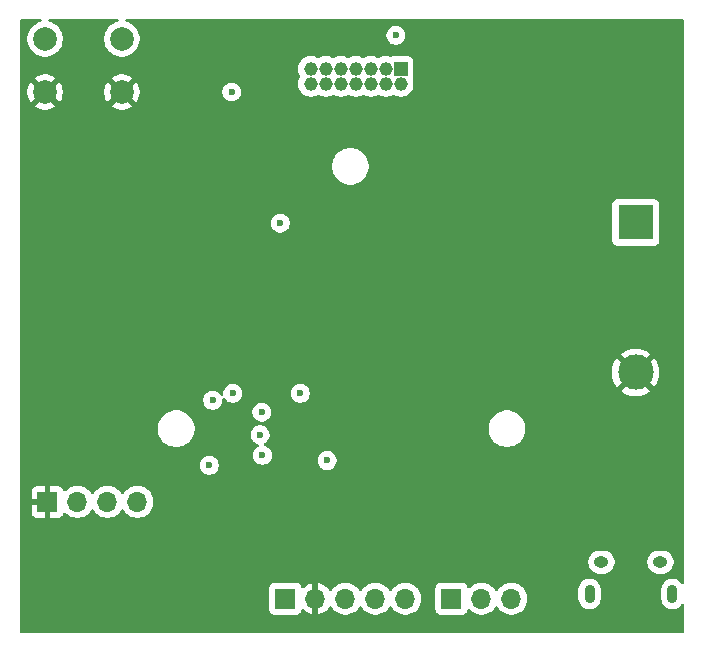
<source format=gbr>
%TF.GenerationSoftware,KiCad,Pcbnew,9.0.0*%
%TF.CreationDate,2025-03-21T22:40:37-06:00*%
%TF.ProjectId,pcb_desgin,7063625f-6465-4736-9769-6e2e6b696361,rev?*%
%TF.SameCoordinates,Original*%
%TF.FileFunction,Copper,L2,Inr*%
%TF.FilePolarity,Positive*%
%FSLAX46Y46*%
G04 Gerber Fmt 4.6, Leading zero omitted, Abs format (unit mm)*
G04 Created by KiCad (PCBNEW 9.0.0) date 2025-03-21 22:40:37*
%MOMM*%
%LPD*%
G01*
G04 APERTURE LIST*
%TA.AperFunction,ComponentPad*%
%ADD10C,2.000000*%
%TD*%
%TA.AperFunction,ComponentPad*%
%ADD11R,1.700000X1.700000*%
%TD*%
%TA.AperFunction,ComponentPad*%
%ADD12O,1.700000X1.700000*%
%TD*%
%TA.AperFunction,ComponentPad*%
%ADD13O,0.890000X1.550000*%
%TD*%
%TA.AperFunction,ComponentPad*%
%ADD14O,1.250000X0.950000*%
%TD*%
%TA.AperFunction,ComponentPad*%
%ADD15R,1.168400X1.168400*%
%TD*%
%TA.AperFunction,ComponentPad*%
%ADD16C,1.168400*%
%TD*%
%TA.AperFunction,ComponentPad*%
%ADD17R,3.000000X3.000000*%
%TD*%
%TA.AperFunction,ComponentPad*%
%ADD18C,3.000000*%
%TD*%
%TA.AperFunction,ViaPad*%
%ADD19C,0.600000*%
%TD*%
G04 APERTURE END LIST*
D10*
%TO.N,/T_RST*%
%TO.C,SW1*%
X94200000Y-35300000D03*
X100700000Y-35300000D03*
%TO.N,GND*%
X94200000Y-39800000D03*
X100700000Y-39800000D03*
%TD*%
D11*
%TO.N,+3.3V*%
%TO.C,J4*%
X114540000Y-82700000D03*
D12*
%TO.N,GND*%
X117080000Y-82700000D03*
%TO.N,/SCL*%
X119620000Y-82700000D03*
%TO.N,/SDA*%
X122160000Y-82700000D03*
%TO.N,/INT*%
X124700000Y-82700000D03*
%TD*%
D11*
%TO.N,GND*%
%TO.C,J3*%
X94400000Y-74500000D03*
D12*
%TO.N,+3.3V*%
X96940000Y-74500000D03*
%TO.N,/SCL*%
X99480000Y-74500000D03*
%TO.N,/SDA*%
X102020000Y-74500000D03*
%TD*%
D13*
%TO.N,Net-(J2-Shield)*%
%TO.C,J2*%
X140300000Y-82300000D03*
D14*
X141300000Y-79600000D03*
X146300000Y-79600000D03*
D13*
X147300000Y-82300000D03*
%TD*%
D15*
%TO.N,unconnected-(J1-NC-Pad1)*%
%TO.C,J1*%
X124300000Y-37830000D03*
D16*
%TO.N,unconnected-(J1-NC-Pad2)*%
X124300000Y-39100000D03*
%TO.N,+3.3V*%
X123030000Y-37830000D03*
%TO.N,/T_JTMS*%
X123030000Y-39100000D03*
%TO.N,GND*%
X121760000Y-37830000D03*
%TO.N,/T_JTCK*%
X121760000Y-39100000D03*
%TO.N,GND*%
X120490000Y-37830000D03*
%TO.N,unconnected-(J1-JTDO{slash}SWO-Pad8)*%
X120490000Y-39100000D03*
%TO.N,unconnected-(J1-JRCLK{slash}NC-Pad9)*%
X119220000Y-37830000D03*
%TO.N,unconnected-(J1-JTDI{slash}NC-Pad10)*%
X119220000Y-39100000D03*
%TO.N,GND*%
X117950000Y-37830000D03*
%TO.N,/T_RST*%
X117950000Y-39100000D03*
%TO.N,/T_VCP_RX*%
X116680000Y-37830000D03*
%TO.N,/T_VCP_TX*%
X116680000Y-39100000D03*
%TD*%
D11*
%TO.N,/Battery*%
%TO.C,J5*%
X128600000Y-82700000D03*
D12*
%TO.N,+3.3V*%
X131140000Y-82700000D03*
%TO.N,/Usb*%
X133680000Y-82700000D03*
%TD*%
D17*
%TO.N,+9V*%
%TO.C,BT1*%
X144200000Y-50850000D03*
D18*
%TO.N,GND*%
X144200000Y-63550000D03*
%TD*%
D19*
%TO.N,GND*%
X117920000Y-35000000D03*
X131400000Y-75800000D03*
X112100000Y-50900000D03*
X147700000Y-75700000D03*
X136400000Y-77000000D03*
X139600000Y-67100000D03*
X136400000Y-58800000D03*
X122220000Y-35000000D03*
X110800000Y-75400000D03*
X120620000Y-35000000D03*
X126000000Y-53200000D03*
%TO.N,/T_RST*%
X110000000Y-39800000D03*
%TO.N,+3.3V*%
X123900000Y-35000000D03*
X108400000Y-65900000D03*
X114100000Y-50900000D03*
X112600000Y-70550000D03*
%TO.N,/SDA*%
X112550000Y-66900000D03*
X108100000Y-71400000D03*
%TO.N,/SCL*%
X112400000Y-68825000D03*
X118075000Y-71000000D03*
%TO.N,/INT*%
X115800000Y-65300000D03*
X110100000Y-65300000D03*
%TD*%
%TA.AperFunction,Conductor*%
%TO.N,GND*%
G36*
X93858935Y-33620185D02*
G01*
X93904690Y-33672989D01*
X93914634Y-33742147D01*
X93885609Y-33805703D01*
X93830215Y-33842431D01*
X93624003Y-33909433D01*
X93413566Y-34016657D01*
X93304550Y-34095862D01*
X93222490Y-34155483D01*
X93222488Y-34155485D01*
X93222487Y-34155485D01*
X93055485Y-34322487D01*
X93055485Y-34322488D01*
X93055483Y-34322490D01*
X93015000Y-34378210D01*
X92916657Y-34513566D01*
X92809433Y-34724003D01*
X92736446Y-34948631D01*
X92699500Y-35181902D01*
X92699500Y-35418097D01*
X92736446Y-35651368D01*
X92809433Y-35875996D01*
X92916657Y-36086433D01*
X93055483Y-36277510D01*
X93222490Y-36444517D01*
X93413567Y-36583343D01*
X93512991Y-36634002D01*
X93624003Y-36690566D01*
X93624005Y-36690566D01*
X93624008Y-36690568D01*
X93744412Y-36729689D01*
X93848631Y-36763553D01*
X94081903Y-36800500D01*
X94081908Y-36800500D01*
X94318097Y-36800500D01*
X94551368Y-36763553D01*
X94587823Y-36751708D01*
X94775992Y-36690568D01*
X94986433Y-36583343D01*
X95177510Y-36444517D01*
X95344517Y-36277510D01*
X95483343Y-36086433D01*
X95590568Y-35875992D01*
X95663553Y-35651368D01*
X95668238Y-35621786D01*
X95700500Y-35418097D01*
X95700500Y-35181902D01*
X95663553Y-34948631D01*
X95604378Y-34766510D01*
X95590568Y-34724008D01*
X95590566Y-34724005D01*
X95590566Y-34724003D01*
X95483342Y-34513566D01*
X95344517Y-34322490D01*
X95177510Y-34155483D01*
X94986433Y-34016657D01*
X94775996Y-33909433D01*
X94569785Y-33842431D01*
X94512110Y-33802993D01*
X94484912Y-33738634D01*
X94496827Y-33669788D01*
X94544071Y-33618312D01*
X94608104Y-33600500D01*
X100291896Y-33600500D01*
X100358935Y-33620185D01*
X100404690Y-33672989D01*
X100414634Y-33742147D01*
X100385609Y-33805703D01*
X100330215Y-33842431D01*
X100124003Y-33909433D01*
X99913566Y-34016657D01*
X99804550Y-34095862D01*
X99722490Y-34155483D01*
X99722488Y-34155485D01*
X99722487Y-34155485D01*
X99555485Y-34322487D01*
X99555485Y-34322488D01*
X99555483Y-34322490D01*
X99515000Y-34378210D01*
X99416657Y-34513566D01*
X99309433Y-34724003D01*
X99236446Y-34948631D01*
X99199500Y-35181902D01*
X99199500Y-35418097D01*
X99236446Y-35651368D01*
X99309433Y-35875996D01*
X99416657Y-36086433D01*
X99555483Y-36277510D01*
X99722490Y-36444517D01*
X99913567Y-36583343D01*
X100012991Y-36634002D01*
X100124003Y-36690566D01*
X100124005Y-36690566D01*
X100124008Y-36690568D01*
X100244412Y-36729689D01*
X100348631Y-36763553D01*
X100581903Y-36800500D01*
X100581908Y-36800500D01*
X100818097Y-36800500D01*
X101051368Y-36763553D01*
X101087823Y-36751708D01*
X101275992Y-36690568D01*
X101486433Y-36583343D01*
X101677510Y-36444517D01*
X101844517Y-36277510D01*
X101983343Y-36086433D01*
X102090568Y-35875992D01*
X102163553Y-35651368D01*
X102168238Y-35621786D01*
X102200500Y-35418097D01*
X102200500Y-35181902D01*
X102163553Y-34948631D01*
X102154625Y-34921153D01*
X123099500Y-34921153D01*
X123099500Y-35078846D01*
X123130261Y-35233489D01*
X123130264Y-35233501D01*
X123190602Y-35379172D01*
X123190609Y-35379185D01*
X123278210Y-35510288D01*
X123278213Y-35510292D01*
X123389707Y-35621786D01*
X123389711Y-35621789D01*
X123520814Y-35709390D01*
X123520827Y-35709397D01*
X123666498Y-35769735D01*
X123666503Y-35769737D01*
X123821153Y-35800499D01*
X123821156Y-35800500D01*
X123821158Y-35800500D01*
X123978844Y-35800500D01*
X123978845Y-35800499D01*
X124133497Y-35769737D01*
X124279179Y-35709394D01*
X124410289Y-35621789D01*
X124521789Y-35510289D01*
X124609394Y-35379179D01*
X124669737Y-35233497D01*
X124700500Y-35078842D01*
X124700500Y-34921158D01*
X124700500Y-34921155D01*
X124700499Y-34921153D01*
X124669738Y-34766510D01*
X124669737Y-34766503D01*
X124652133Y-34724003D01*
X124609397Y-34620827D01*
X124609390Y-34620814D01*
X124521789Y-34489711D01*
X124521786Y-34489707D01*
X124410292Y-34378213D01*
X124410288Y-34378210D01*
X124279185Y-34290609D01*
X124279172Y-34290602D01*
X124133501Y-34230264D01*
X124133489Y-34230261D01*
X123978845Y-34199500D01*
X123978842Y-34199500D01*
X123821158Y-34199500D01*
X123821155Y-34199500D01*
X123666510Y-34230261D01*
X123666498Y-34230264D01*
X123520827Y-34290602D01*
X123520814Y-34290609D01*
X123389711Y-34378210D01*
X123389707Y-34378213D01*
X123278213Y-34489707D01*
X123278210Y-34489711D01*
X123190609Y-34620814D01*
X123190602Y-34620827D01*
X123130264Y-34766498D01*
X123130261Y-34766510D01*
X123099500Y-34921153D01*
X102154625Y-34921153D01*
X102104378Y-34766510D01*
X102090568Y-34724008D01*
X102090566Y-34724005D01*
X102090566Y-34724003D01*
X101983342Y-34513566D01*
X101844517Y-34322490D01*
X101677510Y-34155483D01*
X101486433Y-34016657D01*
X101275996Y-33909433D01*
X101069785Y-33842431D01*
X101012110Y-33802993D01*
X100984912Y-33738634D01*
X100996827Y-33669788D01*
X101044071Y-33618312D01*
X101108104Y-33600500D01*
X148175500Y-33600500D01*
X148242539Y-33620185D01*
X148288294Y-33672989D01*
X148299500Y-33724500D01*
X148299500Y-81355229D01*
X148279815Y-81422268D01*
X148227011Y-81468023D01*
X148157853Y-81477967D01*
X148094297Y-81448942D01*
X148072398Y-81424119D01*
X148034421Y-81367283D01*
X148034415Y-81367275D01*
X147902724Y-81235584D01*
X147902716Y-81235578D01*
X147747864Y-81132109D01*
X147575792Y-81060835D01*
X147575784Y-81060833D01*
X147393127Y-81024500D01*
X147393124Y-81024500D01*
X147206876Y-81024500D01*
X147206873Y-81024500D01*
X147024215Y-81060833D01*
X147024207Y-81060835D01*
X146852136Y-81132109D01*
X146852135Y-81132109D01*
X146697283Y-81235578D01*
X146697275Y-81235584D01*
X146565584Y-81367275D01*
X146565578Y-81367283D01*
X146462109Y-81522135D01*
X146462109Y-81522136D01*
X146390835Y-81694207D01*
X146390833Y-81694215D01*
X146354500Y-81876871D01*
X146354500Y-82723128D01*
X146390833Y-82905784D01*
X146390835Y-82905792D01*
X146462109Y-83077863D01*
X146462109Y-83077864D01*
X146565578Y-83232716D01*
X146565584Y-83232724D01*
X146697275Y-83364415D01*
X146697283Y-83364421D01*
X146852135Y-83467890D01*
X146902534Y-83488766D01*
X147024208Y-83539165D01*
X147206871Y-83575499D01*
X147206874Y-83575500D01*
X147206876Y-83575500D01*
X147393126Y-83575500D01*
X147393127Y-83575499D01*
X147575792Y-83539165D01*
X147747862Y-83467891D01*
X147747863Y-83467890D01*
X147747864Y-83467890D01*
X147837765Y-83407820D01*
X147902721Y-83364418D01*
X148034418Y-83232721D01*
X148072398Y-83175878D01*
X148126009Y-83131075D01*
X148195334Y-83122366D01*
X148258362Y-83152521D01*
X148295081Y-83211963D01*
X148299500Y-83244770D01*
X148299500Y-85475500D01*
X148279815Y-85542539D01*
X148227011Y-85588294D01*
X148175500Y-85599500D01*
X92224500Y-85599500D01*
X92157461Y-85579815D01*
X92111706Y-85527011D01*
X92100500Y-85475500D01*
X92100500Y-81802135D01*
X113189500Y-81802135D01*
X113189500Y-83597870D01*
X113189501Y-83597876D01*
X113195908Y-83657483D01*
X113246202Y-83792328D01*
X113246206Y-83792335D01*
X113332452Y-83907544D01*
X113332455Y-83907547D01*
X113447664Y-83993793D01*
X113447671Y-83993797D01*
X113582517Y-84044091D01*
X113582516Y-84044091D01*
X113589444Y-84044835D01*
X113642127Y-84050500D01*
X115437872Y-84050499D01*
X115497483Y-84044091D01*
X115632331Y-83993796D01*
X115747546Y-83907546D01*
X115833796Y-83792331D01*
X115883002Y-83660401D01*
X115924872Y-83604468D01*
X115990337Y-83580050D01*
X116058610Y-83594901D01*
X116086865Y-83616053D01*
X116200535Y-83729723D01*
X116200540Y-83729727D01*
X116372442Y-83854620D01*
X116561782Y-83951095D01*
X116763871Y-84016757D01*
X116830000Y-84027231D01*
X116830000Y-83133012D01*
X116887007Y-83165925D01*
X117014174Y-83200000D01*
X117145826Y-83200000D01*
X117272993Y-83165925D01*
X117330000Y-83133012D01*
X117330000Y-84027230D01*
X117396126Y-84016757D01*
X117396129Y-84016757D01*
X117598217Y-83951095D01*
X117787557Y-83854620D01*
X117959459Y-83729727D01*
X117959464Y-83729723D01*
X118109723Y-83579464D01*
X118109727Y-83579459D01*
X118234620Y-83407558D01*
X118239232Y-83398507D01*
X118287205Y-83347709D01*
X118355025Y-83330912D01*
X118421161Y-83353447D01*
X118460204Y-83398504D01*
X118464949Y-83407817D01*
X118589890Y-83579786D01*
X118740213Y-83730109D01*
X118912179Y-83855048D01*
X118912181Y-83855049D01*
X118912184Y-83855051D01*
X119101588Y-83951557D01*
X119303757Y-84017246D01*
X119513713Y-84050500D01*
X119513714Y-84050500D01*
X119726286Y-84050500D01*
X119726287Y-84050500D01*
X119936243Y-84017246D01*
X120138412Y-83951557D01*
X120327816Y-83855051D01*
X120414138Y-83792335D01*
X120499786Y-83730109D01*
X120499788Y-83730106D01*
X120499792Y-83730104D01*
X120650104Y-83579792D01*
X120650106Y-83579788D01*
X120650109Y-83579786D01*
X120775048Y-83407820D01*
X120775050Y-83407817D01*
X120775051Y-83407816D01*
X120779514Y-83399054D01*
X120827488Y-83348259D01*
X120895308Y-83331463D01*
X120961444Y-83353999D01*
X121000486Y-83399056D01*
X121004951Y-83407820D01*
X121129890Y-83579786D01*
X121280213Y-83730109D01*
X121452179Y-83855048D01*
X121452181Y-83855049D01*
X121452184Y-83855051D01*
X121641588Y-83951557D01*
X121843757Y-84017246D01*
X122053713Y-84050500D01*
X122053714Y-84050500D01*
X122266286Y-84050500D01*
X122266287Y-84050500D01*
X122476243Y-84017246D01*
X122678412Y-83951557D01*
X122867816Y-83855051D01*
X122954138Y-83792335D01*
X123039786Y-83730109D01*
X123039788Y-83730106D01*
X123039792Y-83730104D01*
X123190104Y-83579792D01*
X123190106Y-83579788D01*
X123190109Y-83579786D01*
X123315048Y-83407820D01*
X123315050Y-83407817D01*
X123315051Y-83407816D01*
X123319514Y-83399054D01*
X123367488Y-83348259D01*
X123435308Y-83331463D01*
X123501444Y-83353999D01*
X123540486Y-83399056D01*
X123544951Y-83407820D01*
X123669890Y-83579786D01*
X123820213Y-83730109D01*
X123992179Y-83855048D01*
X123992181Y-83855049D01*
X123992184Y-83855051D01*
X124181588Y-83951557D01*
X124383757Y-84017246D01*
X124593713Y-84050500D01*
X124593714Y-84050500D01*
X124806286Y-84050500D01*
X124806287Y-84050500D01*
X125016243Y-84017246D01*
X125218412Y-83951557D01*
X125407816Y-83855051D01*
X125494138Y-83792335D01*
X125579786Y-83730109D01*
X125579788Y-83730106D01*
X125579792Y-83730104D01*
X125730104Y-83579792D01*
X125730106Y-83579788D01*
X125730109Y-83579786D01*
X125855048Y-83407820D01*
X125855050Y-83407817D01*
X125855051Y-83407816D01*
X125951557Y-83218412D01*
X126017246Y-83016243D01*
X126050500Y-82806287D01*
X126050500Y-82593713D01*
X126017246Y-82383757D01*
X125951557Y-82181588D01*
X125855051Y-81992184D01*
X125819801Y-81943666D01*
X125767511Y-81871694D01*
X125767508Y-81871691D01*
X125730341Y-81820535D01*
X125730104Y-81820208D01*
X125712031Y-81802135D01*
X127249500Y-81802135D01*
X127249500Y-83597870D01*
X127249501Y-83597876D01*
X127255908Y-83657483D01*
X127306202Y-83792328D01*
X127306206Y-83792335D01*
X127392452Y-83907544D01*
X127392455Y-83907547D01*
X127507664Y-83993793D01*
X127507671Y-83993797D01*
X127642517Y-84044091D01*
X127642516Y-84044091D01*
X127649444Y-84044835D01*
X127702127Y-84050500D01*
X129497872Y-84050499D01*
X129557483Y-84044091D01*
X129692331Y-83993796D01*
X129807546Y-83907546D01*
X129893796Y-83792331D01*
X129942810Y-83660916D01*
X129984681Y-83604984D01*
X130050145Y-83580566D01*
X130118418Y-83595417D01*
X130146673Y-83616569D01*
X130260213Y-83730109D01*
X130432179Y-83855048D01*
X130432181Y-83855049D01*
X130432184Y-83855051D01*
X130621588Y-83951557D01*
X130823757Y-84017246D01*
X131033713Y-84050500D01*
X131033714Y-84050500D01*
X131246286Y-84050500D01*
X131246287Y-84050500D01*
X131456243Y-84017246D01*
X131658412Y-83951557D01*
X131847816Y-83855051D01*
X131934138Y-83792335D01*
X132019786Y-83730109D01*
X132019788Y-83730106D01*
X132019792Y-83730104D01*
X132170104Y-83579792D01*
X132170106Y-83579788D01*
X132170109Y-83579786D01*
X132295048Y-83407820D01*
X132295050Y-83407817D01*
X132295051Y-83407816D01*
X132299514Y-83399054D01*
X132347488Y-83348259D01*
X132415308Y-83331463D01*
X132481444Y-83353999D01*
X132520486Y-83399056D01*
X132524951Y-83407820D01*
X132649890Y-83579786D01*
X132800213Y-83730109D01*
X132972179Y-83855048D01*
X132972181Y-83855049D01*
X132972184Y-83855051D01*
X133161588Y-83951557D01*
X133363757Y-84017246D01*
X133573713Y-84050500D01*
X133573714Y-84050500D01*
X133786286Y-84050500D01*
X133786287Y-84050500D01*
X133996243Y-84017246D01*
X134198412Y-83951557D01*
X134387816Y-83855051D01*
X134474138Y-83792335D01*
X134559786Y-83730109D01*
X134559788Y-83730106D01*
X134559792Y-83730104D01*
X134710104Y-83579792D01*
X134710106Y-83579788D01*
X134710109Y-83579786D01*
X134835048Y-83407820D01*
X134835050Y-83407817D01*
X134835051Y-83407816D01*
X134931557Y-83218412D01*
X134997246Y-83016243D01*
X135030500Y-82806287D01*
X135030500Y-82593713D01*
X134997246Y-82383757D01*
X134931557Y-82181588D01*
X134835051Y-81992184D01*
X134799802Y-81943668D01*
X134799802Y-81943666D01*
X134751273Y-81876871D01*
X139354500Y-81876871D01*
X139354500Y-82723128D01*
X139390833Y-82905784D01*
X139390835Y-82905792D01*
X139462109Y-83077863D01*
X139462109Y-83077864D01*
X139565578Y-83232716D01*
X139565584Y-83232724D01*
X139697275Y-83364415D01*
X139697283Y-83364421D01*
X139852135Y-83467890D01*
X139902534Y-83488766D01*
X140024208Y-83539165D01*
X140206871Y-83575499D01*
X140206874Y-83575500D01*
X140206876Y-83575500D01*
X140393126Y-83575500D01*
X140393127Y-83575499D01*
X140575792Y-83539165D01*
X140747862Y-83467891D01*
X140747863Y-83467890D01*
X140747864Y-83467890D01*
X140837765Y-83407820D01*
X140902721Y-83364418D01*
X141034418Y-83232721D01*
X141137891Y-83077862D01*
X141209165Y-82905792D01*
X141245500Y-82723124D01*
X141245500Y-81876876D01*
X141245500Y-81876873D01*
X141245499Y-81876871D01*
X141234228Y-81820207D01*
X141209165Y-81694208D01*
X141137891Y-81522138D01*
X141137890Y-81522136D01*
X141137890Y-81522135D01*
X141034421Y-81367283D01*
X141034415Y-81367275D01*
X140902724Y-81235584D01*
X140902716Y-81235578D01*
X140747864Y-81132109D01*
X140575792Y-81060835D01*
X140575784Y-81060833D01*
X140393127Y-81024500D01*
X140393124Y-81024500D01*
X140206876Y-81024500D01*
X140206873Y-81024500D01*
X140024215Y-81060833D01*
X140024207Y-81060835D01*
X139852136Y-81132109D01*
X139852135Y-81132109D01*
X139697283Y-81235578D01*
X139697275Y-81235584D01*
X139565584Y-81367275D01*
X139565578Y-81367283D01*
X139462109Y-81522135D01*
X139462109Y-81522136D01*
X139390835Y-81694207D01*
X139390833Y-81694215D01*
X139354500Y-81876871D01*
X134751273Y-81876871D01*
X134710109Y-81820214D01*
X134710105Y-81820209D01*
X134559786Y-81669890D01*
X134387820Y-81544951D01*
X134198414Y-81448444D01*
X134198413Y-81448443D01*
X134198412Y-81448443D01*
X133996243Y-81382754D01*
X133996241Y-81382753D01*
X133996240Y-81382753D01*
X133834957Y-81357208D01*
X133786287Y-81349500D01*
X133573713Y-81349500D01*
X133525042Y-81357208D01*
X133363760Y-81382753D01*
X133161585Y-81448444D01*
X132972179Y-81544951D01*
X132800213Y-81669890D01*
X132649890Y-81820213D01*
X132524949Y-81992182D01*
X132520484Y-82000946D01*
X132472509Y-82051742D01*
X132404688Y-82068536D01*
X132338553Y-82045998D01*
X132299516Y-82000946D01*
X132295050Y-81992182D01*
X132170109Y-81820213D01*
X132019786Y-81669890D01*
X131847820Y-81544951D01*
X131658414Y-81448444D01*
X131658413Y-81448443D01*
X131658412Y-81448443D01*
X131456243Y-81382754D01*
X131456241Y-81382753D01*
X131456240Y-81382753D01*
X131294957Y-81357208D01*
X131246287Y-81349500D01*
X131033713Y-81349500D01*
X130985042Y-81357208D01*
X130823760Y-81382753D01*
X130621585Y-81448444D01*
X130432179Y-81544951D01*
X130260215Y-81669889D01*
X130146673Y-81783431D01*
X130085350Y-81816915D01*
X130015658Y-81811931D01*
X129959725Y-81770059D01*
X129942810Y-81739082D01*
X129893797Y-81607671D01*
X129893793Y-81607664D01*
X129807547Y-81492455D01*
X129807544Y-81492452D01*
X129692335Y-81406206D01*
X129692328Y-81406202D01*
X129557482Y-81355908D01*
X129557483Y-81355908D01*
X129497883Y-81349501D01*
X129497881Y-81349500D01*
X129497873Y-81349500D01*
X129497864Y-81349500D01*
X127702129Y-81349500D01*
X127702123Y-81349501D01*
X127642516Y-81355908D01*
X127507671Y-81406202D01*
X127507664Y-81406206D01*
X127392455Y-81492452D01*
X127392452Y-81492455D01*
X127306206Y-81607664D01*
X127306202Y-81607671D01*
X127255908Y-81742517D01*
X127249501Y-81802116D01*
X127249500Y-81802135D01*
X125712031Y-81802135D01*
X125579792Y-81669896D01*
X125579786Y-81669890D01*
X125407820Y-81544951D01*
X125218414Y-81448444D01*
X125218413Y-81448443D01*
X125218412Y-81448443D01*
X125016243Y-81382754D01*
X125016241Y-81382753D01*
X125016240Y-81382753D01*
X124854957Y-81357208D01*
X124806287Y-81349500D01*
X124593713Y-81349500D01*
X124545042Y-81357208D01*
X124383760Y-81382753D01*
X124181585Y-81448444D01*
X123992179Y-81544951D01*
X123820213Y-81669890D01*
X123669890Y-81820213D01*
X123544949Y-81992182D01*
X123540484Y-82000946D01*
X123492509Y-82051742D01*
X123424688Y-82068536D01*
X123358553Y-82045998D01*
X123319516Y-82000946D01*
X123315050Y-81992182D01*
X123190109Y-81820213D01*
X123039786Y-81669890D01*
X122867820Y-81544951D01*
X122678414Y-81448444D01*
X122678413Y-81448443D01*
X122678412Y-81448443D01*
X122476243Y-81382754D01*
X122476241Y-81382753D01*
X122476240Y-81382753D01*
X122314957Y-81357208D01*
X122266287Y-81349500D01*
X122053713Y-81349500D01*
X122005042Y-81357208D01*
X121843760Y-81382753D01*
X121641585Y-81448444D01*
X121452179Y-81544951D01*
X121280213Y-81669890D01*
X121129890Y-81820213D01*
X121004949Y-81992182D01*
X121000484Y-82000946D01*
X120952509Y-82051742D01*
X120884688Y-82068536D01*
X120818553Y-82045998D01*
X120779516Y-82000946D01*
X120775050Y-81992182D01*
X120650109Y-81820213D01*
X120499786Y-81669890D01*
X120327820Y-81544951D01*
X120138414Y-81448444D01*
X120138413Y-81448443D01*
X120138412Y-81448443D01*
X119936243Y-81382754D01*
X119936241Y-81382753D01*
X119936240Y-81382753D01*
X119774957Y-81357208D01*
X119726287Y-81349500D01*
X119513713Y-81349500D01*
X119465042Y-81357208D01*
X119303760Y-81382753D01*
X119101585Y-81448444D01*
X118912179Y-81544951D01*
X118740213Y-81669890D01*
X118589890Y-81820213D01*
X118464949Y-81992182D01*
X118460202Y-82001499D01*
X118412227Y-82052293D01*
X118344405Y-82069087D01*
X118278271Y-82046548D01*
X118239234Y-82001495D01*
X118234622Y-81992444D01*
X118109727Y-81820540D01*
X118109723Y-81820535D01*
X117959464Y-81670276D01*
X117959459Y-81670272D01*
X117787557Y-81545379D01*
X117598215Y-81448903D01*
X117396124Y-81383241D01*
X117330000Y-81372768D01*
X117330000Y-82266988D01*
X117272993Y-82234075D01*
X117145826Y-82200000D01*
X117014174Y-82200000D01*
X116887007Y-82234075D01*
X116830000Y-82266988D01*
X116830000Y-81372768D01*
X116829999Y-81372768D01*
X116763875Y-81383241D01*
X116561784Y-81448903D01*
X116372442Y-81545379D01*
X116200541Y-81670271D01*
X116086865Y-81783947D01*
X116025542Y-81817431D01*
X115955850Y-81812447D01*
X115899917Y-81770575D01*
X115883002Y-81739598D01*
X115866075Y-81694215D01*
X115833796Y-81607669D01*
X115833795Y-81607668D01*
X115833793Y-81607664D01*
X115747547Y-81492455D01*
X115747544Y-81492452D01*
X115632335Y-81406206D01*
X115632328Y-81406202D01*
X115497482Y-81355908D01*
X115497483Y-81355908D01*
X115437883Y-81349501D01*
X115437881Y-81349500D01*
X115437873Y-81349500D01*
X115437864Y-81349500D01*
X113642129Y-81349500D01*
X113642123Y-81349501D01*
X113582516Y-81355908D01*
X113447671Y-81406202D01*
X113447664Y-81406206D01*
X113332455Y-81492452D01*
X113332452Y-81492455D01*
X113246206Y-81607664D01*
X113246202Y-81607671D01*
X113195908Y-81742517D01*
X113189501Y-81802116D01*
X113189500Y-81802135D01*
X92100500Y-81802135D01*
X92100500Y-79503917D01*
X140174500Y-79503917D01*
X140174500Y-79696082D01*
X140211986Y-79884535D01*
X140211989Y-79884547D01*
X140285520Y-80062068D01*
X140285521Y-80062070D01*
X140392279Y-80221844D01*
X140392282Y-80221848D01*
X140528151Y-80357717D01*
X140528155Y-80357720D01*
X140687927Y-80464477D01*
X140687928Y-80464477D01*
X140687929Y-80464478D01*
X140687931Y-80464479D01*
X140865452Y-80538010D01*
X140865457Y-80538012D01*
X141053917Y-80575499D01*
X141053920Y-80575500D01*
X141053922Y-80575500D01*
X141546080Y-80575500D01*
X141546081Y-80575499D01*
X141734543Y-80538012D01*
X141912073Y-80464477D01*
X142071845Y-80357720D01*
X142207720Y-80221845D01*
X142314477Y-80062073D01*
X142388012Y-79884543D01*
X142425500Y-79696078D01*
X142425500Y-79503922D01*
X142425500Y-79503919D01*
X142425499Y-79503917D01*
X145174500Y-79503917D01*
X145174500Y-79696082D01*
X145211986Y-79884535D01*
X145211989Y-79884547D01*
X145285520Y-80062068D01*
X145285521Y-80062070D01*
X145392279Y-80221844D01*
X145392282Y-80221848D01*
X145528151Y-80357717D01*
X145528155Y-80357720D01*
X145687927Y-80464477D01*
X145687928Y-80464477D01*
X145687929Y-80464478D01*
X145687931Y-80464479D01*
X145865452Y-80538010D01*
X145865457Y-80538012D01*
X146053917Y-80575499D01*
X146053920Y-80575500D01*
X146053922Y-80575500D01*
X146546080Y-80575500D01*
X146546081Y-80575499D01*
X146734543Y-80538012D01*
X146912073Y-80464477D01*
X147071845Y-80357720D01*
X147207720Y-80221845D01*
X147314477Y-80062073D01*
X147388012Y-79884543D01*
X147425500Y-79696078D01*
X147425500Y-79503922D01*
X147425500Y-79503919D01*
X147425499Y-79503917D01*
X147388013Y-79315464D01*
X147388012Y-79315457D01*
X147314477Y-79137927D01*
X147207720Y-78978155D01*
X147207717Y-78978151D01*
X147071848Y-78842282D01*
X147071844Y-78842279D01*
X146912070Y-78735521D01*
X146912068Y-78735520D01*
X146734547Y-78661989D01*
X146734535Y-78661986D01*
X146546081Y-78624500D01*
X146546078Y-78624500D01*
X146053922Y-78624500D01*
X146053919Y-78624500D01*
X145865464Y-78661986D01*
X145865452Y-78661989D01*
X145687931Y-78735520D01*
X145687929Y-78735521D01*
X145528155Y-78842279D01*
X145528151Y-78842282D01*
X145392282Y-78978151D01*
X145392279Y-78978155D01*
X145285521Y-79137929D01*
X145285520Y-79137931D01*
X145211989Y-79315452D01*
X145211986Y-79315464D01*
X145174500Y-79503917D01*
X142425499Y-79503917D01*
X142388013Y-79315464D01*
X142388012Y-79315457D01*
X142314477Y-79137927D01*
X142207720Y-78978155D01*
X142207717Y-78978151D01*
X142071848Y-78842282D01*
X142071844Y-78842279D01*
X141912070Y-78735521D01*
X141912068Y-78735520D01*
X141734547Y-78661989D01*
X141734535Y-78661986D01*
X141546081Y-78624500D01*
X141546078Y-78624500D01*
X141053922Y-78624500D01*
X141053919Y-78624500D01*
X140865464Y-78661986D01*
X140865452Y-78661989D01*
X140687931Y-78735520D01*
X140687929Y-78735521D01*
X140528155Y-78842279D01*
X140528151Y-78842282D01*
X140392282Y-78978151D01*
X140392279Y-78978155D01*
X140285521Y-79137929D01*
X140285520Y-79137931D01*
X140211989Y-79315452D01*
X140211986Y-79315464D01*
X140174500Y-79503917D01*
X92100500Y-79503917D01*
X92100500Y-73602155D01*
X93050000Y-73602155D01*
X93050000Y-74250000D01*
X93966988Y-74250000D01*
X93934075Y-74307007D01*
X93900000Y-74434174D01*
X93900000Y-74565826D01*
X93934075Y-74692993D01*
X93966988Y-74750000D01*
X93050000Y-74750000D01*
X93050000Y-75397844D01*
X93056401Y-75457372D01*
X93056403Y-75457379D01*
X93106645Y-75592086D01*
X93106649Y-75592093D01*
X93192809Y-75707187D01*
X93192812Y-75707190D01*
X93307906Y-75793350D01*
X93307913Y-75793354D01*
X93442620Y-75843596D01*
X93442627Y-75843598D01*
X93502155Y-75849999D01*
X93502172Y-75850000D01*
X94150000Y-75850000D01*
X94150000Y-74933012D01*
X94207007Y-74965925D01*
X94334174Y-75000000D01*
X94465826Y-75000000D01*
X94592993Y-74965925D01*
X94650000Y-74933012D01*
X94650000Y-75850000D01*
X95297828Y-75850000D01*
X95297844Y-75849999D01*
X95357372Y-75843598D01*
X95357379Y-75843596D01*
X95492086Y-75793354D01*
X95492093Y-75793350D01*
X95607187Y-75707190D01*
X95607190Y-75707187D01*
X95693350Y-75592093D01*
X95693354Y-75592086D01*
X95742422Y-75460529D01*
X95784293Y-75404595D01*
X95849757Y-75380178D01*
X95918030Y-75395030D01*
X95946285Y-75416181D01*
X96060213Y-75530109D01*
X96232179Y-75655048D01*
X96232181Y-75655049D01*
X96232184Y-75655051D01*
X96421588Y-75751557D01*
X96623757Y-75817246D01*
X96833713Y-75850500D01*
X96833714Y-75850500D01*
X97046286Y-75850500D01*
X97046287Y-75850500D01*
X97256243Y-75817246D01*
X97458412Y-75751557D01*
X97647816Y-75655051D01*
X97734471Y-75592093D01*
X97819786Y-75530109D01*
X97819788Y-75530106D01*
X97819792Y-75530104D01*
X97970104Y-75379792D01*
X97970106Y-75379788D01*
X97970109Y-75379786D01*
X98095048Y-75207820D01*
X98095047Y-75207820D01*
X98095051Y-75207816D01*
X98099514Y-75199054D01*
X98147488Y-75148259D01*
X98215308Y-75131463D01*
X98281444Y-75153999D01*
X98320486Y-75199056D01*
X98324951Y-75207820D01*
X98449890Y-75379786D01*
X98600213Y-75530109D01*
X98772179Y-75655048D01*
X98772181Y-75655049D01*
X98772184Y-75655051D01*
X98961588Y-75751557D01*
X99163757Y-75817246D01*
X99373713Y-75850500D01*
X99373714Y-75850500D01*
X99586286Y-75850500D01*
X99586287Y-75850500D01*
X99796243Y-75817246D01*
X99998412Y-75751557D01*
X100187816Y-75655051D01*
X100274471Y-75592093D01*
X100359786Y-75530109D01*
X100359788Y-75530106D01*
X100359792Y-75530104D01*
X100510104Y-75379792D01*
X100510106Y-75379788D01*
X100510109Y-75379786D01*
X100635048Y-75207820D01*
X100635047Y-75207820D01*
X100635051Y-75207816D01*
X100639514Y-75199054D01*
X100687488Y-75148259D01*
X100755308Y-75131463D01*
X100821444Y-75153999D01*
X100860486Y-75199056D01*
X100864951Y-75207820D01*
X100989890Y-75379786D01*
X101140213Y-75530109D01*
X101312179Y-75655048D01*
X101312181Y-75655049D01*
X101312184Y-75655051D01*
X101501588Y-75751557D01*
X101703757Y-75817246D01*
X101913713Y-75850500D01*
X101913714Y-75850500D01*
X102126286Y-75850500D01*
X102126287Y-75850500D01*
X102336243Y-75817246D01*
X102538412Y-75751557D01*
X102727816Y-75655051D01*
X102814471Y-75592093D01*
X102899786Y-75530109D01*
X102899788Y-75530106D01*
X102899792Y-75530104D01*
X103050104Y-75379792D01*
X103050106Y-75379788D01*
X103050109Y-75379786D01*
X103175048Y-75207820D01*
X103175047Y-75207820D01*
X103175051Y-75207816D01*
X103271557Y-75018412D01*
X103337246Y-74816243D01*
X103370500Y-74606287D01*
X103370500Y-74393713D01*
X103337246Y-74183757D01*
X103271557Y-73981588D01*
X103175051Y-73792184D01*
X103175049Y-73792181D01*
X103175048Y-73792179D01*
X103050109Y-73620213D01*
X102899786Y-73469890D01*
X102727820Y-73344951D01*
X102538414Y-73248444D01*
X102538413Y-73248443D01*
X102538412Y-73248443D01*
X102336243Y-73182754D01*
X102336241Y-73182753D01*
X102336240Y-73182753D01*
X102174957Y-73157208D01*
X102126287Y-73149500D01*
X101913713Y-73149500D01*
X101865042Y-73157208D01*
X101703760Y-73182753D01*
X101501585Y-73248444D01*
X101312179Y-73344951D01*
X101140213Y-73469890D01*
X100989890Y-73620213D01*
X100864949Y-73792182D01*
X100860484Y-73800946D01*
X100812509Y-73851742D01*
X100744688Y-73868536D01*
X100678553Y-73845998D01*
X100639516Y-73800946D01*
X100635050Y-73792182D01*
X100510109Y-73620213D01*
X100359786Y-73469890D01*
X100187820Y-73344951D01*
X99998414Y-73248444D01*
X99998413Y-73248443D01*
X99998412Y-73248443D01*
X99796243Y-73182754D01*
X99796241Y-73182753D01*
X99796240Y-73182753D01*
X99634957Y-73157208D01*
X99586287Y-73149500D01*
X99373713Y-73149500D01*
X99325042Y-73157208D01*
X99163760Y-73182753D01*
X98961585Y-73248444D01*
X98772179Y-73344951D01*
X98600213Y-73469890D01*
X98449890Y-73620213D01*
X98324949Y-73792182D01*
X98320484Y-73800946D01*
X98272509Y-73851742D01*
X98204688Y-73868536D01*
X98138553Y-73845998D01*
X98099516Y-73800946D01*
X98095050Y-73792182D01*
X97970109Y-73620213D01*
X97819786Y-73469890D01*
X97647820Y-73344951D01*
X97458414Y-73248444D01*
X97458413Y-73248443D01*
X97458412Y-73248443D01*
X97256243Y-73182754D01*
X97256241Y-73182753D01*
X97256240Y-73182753D01*
X97094957Y-73157208D01*
X97046287Y-73149500D01*
X96833713Y-73149500D01*
X96785042Y-73157208D01*
X96623760Y-73182753D01*
X96421585Y-73248444D01*
X96232179Y-73344951D01*
X96060215Y-73469889D01*
X95946285Y-73583819D01*
X95884962Y-73617303D01*
X95815270Y-73612319D01*
X95759337Y-73570447D01*
X95742422Y-73539470D01*
X95693354Y-73407913D01*
X95693350Y-73407906D01*
X95607190Y-73292812D01*
X95607187Y-73292809D01*
X95492093Y-73206649D01*
X95492086Y-73206645D01*
X95357379Y-73156403D01*
X95357372Y-73156401D01*
X95297844Y-73150000D01*
X94650000Y-73150000D01*
X94650000Y-74066988D01*
X94592993Y-74034075D01*
X94465826Y-74000000D01*
X94334174Y-74000000D01*
X94207007Y-74034075D01*
X94150000Y-74066988D01*
X94150000Y-73150000D01*
X93502155Y-73150000D01*
X93442627Y-73156401D01*
X93442620Y-73156403D01*
X93307913Y-73206645D01*
X93307906Y-73206649D01*
X93192812Y-73292809D01*
X93192809Y-73292812D01*
X93106649Y-73407906D01*
X93106645Y-73407913D01*
X93056403Y-73542620D01*
X93056401Y-73542627D01*
X93050000Y-73602155D01*
X92100500Y-73602155D01*
X92100500Y-71321153D01*
X107299500Y-71321153D01*
X107299500Y-71478846D01*
X107330261Y-71633489D01*
X107330264Y-71633501D01*
X107390602Y-71779172D01*
X107390609Y-71779185D01*
X107478210Y-71910288D01*
X107478213Y-71910292D01*
X107589707Y-72021786D01*
X107589711Y-72021789D01*
X107720814Y-72109390D01*
X107720827Y-72109397D01*
X107866498Y-72169735D01*
X107866503Y-72169737D01*
X108021153Y-72200499D01*
X108021156Y-72200500D01*
X108021158Y-72200500D01*
X108178844Y-72200500D01*
X108178845Y-72200499D01*
X108333497Y-72169737D01*
X108479179Y-72109394D01*
X108610289Y-72021789D01*
X108721789Y-71910289D01*
X108809394Y-71779179D01*
X108869737Y-71633497D01*
X108900500Y-71478842D01*
X108900500Y-71321158D01*
X108900500Y-71321155D01*
X108900499Y-71321153D01*
X108870788Y-71171789D01*
X108869737Y-71166503D01*
X108833427Y-71078842D01*
X108809397Y-71020827D01*
X108809390Y-71020814D01*
X108721789Y-70889711D01*
X108721786Y-70889707D01*
X108610292Y-70778213D01*
X108610288Y-70778210D01*
X108479185Y-70690609D01*
X108479172Y-70690602D01*
X108333501Y-70630264D01*
X108333489Y-70630261D01*
X108178845Y-70599500D01*
X108178842Y-70599500D01*
X108021158Y-70599500D01*
X108021155Y-70599500D01*
X107866510Y-70630261D01*
X107866498Y-70630264D01*
X107720827Y-70690602D01*
X107720814Y-70690609D01*
X107589711Y-70778210D01*
X107589707Y-70778213D01*
X107478213Y-70889707D01*
X107478210Y-70889711D01*
X107390609Y-71020814D01*
X107390602Y-71020827D01*
X107330264Y-71166498D01*
X107330261Y-71166510D01*
X107299500Y-71321153D01*
X92100500Y-71321153D01*
X92100500Y-68177973D01*
X103749500Y-68177973D01*
X103749500Y-68422027D01*
X103787679Y-68663076D01*
X103863096Y-68895185D01*
X103946309Y-69058501D01*
X103973896Y-69112642D01*
X104117339Y-69310076D01*
X104117343Y-69310081D01*
X104289918Y-69482656D01*
X104289923Y-69482660D01*
X104444182Y-69594735D01*
X104487361Y-69626106D01*
X104704815Y-69736904D01*
X104936924Y-69812321D01*
X105177973Y-69850500D01*
X105177974Y-69850500D01*
X105422026Y-69850500D01*
X105422027Y-69850500D01*
X105663076Y-69812321D01*
X105895185Y-69736904D01*
X106112639Y-69626106D01*
X106310083Y-69482655D01*
X106482655Y-69310083D01*
X106626106Y-69112639D01*
X106736904Y-68895185D01*
X106785328Y-68746153D01*
X111599500Y-68746153D01*
X111599500Y-68903846D01*
X111630261Y-69058489D01*
X111630264Y-69058501D01*
X111690602Y-69204172D01*
X111690609Y-69204185D01*
X111778210Y-69335288D01*
X111778213Y-69335292D01*
X111889707Y-69446786D01*
X111889711Y-69446789D01*
X112020814Y-69534390D01*
X112020827Y-69534397D01*
X112166498Y-69594735D01*
X112166503Y-69594737D01*
X112203289Y-69602054D01*
X112265198Y-69634438D01*
X112299773Y-69695153D01*
X112296034Y-69764923D01*
X112255168Y-69821595D01*
X112226556Y-69838229D01*
X112220831Y-69840600D01*
X112220814Y-69840609D01*
X112089711Y-69928210D01*
X112089707Y-69928213D01*
X111978213Y-70039707D01*
X111978210Y-70039711D01*
X111890609Y-70170814D01*
X111890602Y-70170827D01*
X111830264Y-70316498D01*
X111830261Y-70316510D01*
X111799500Y-70471153D01*
X111799500Y-70628846D01*
X111830261Y-70783489D01*
X111830264Y-70783501D01*
X111890602Y-70929172D01*
X111890609Y-70929185D01*
X111978210Y-71060288D01*
X111978213Y-71060292D01*
X112089707Y-71171786D01*
X112089711Y-71171789D01*
X112220814Y-71259390D01*
X112220827Y-71259397D01*
X112366498Y-71319735D01*
X112366503Y-71319737D01*
X112521153Y-71350499D01*
X112521156Y-71350500D01*
X112521158Y-71350500D01*
X112678844Y-71350500D01*
X112678845Y-71350499D01*
X112833497Y-71319737D01*
X112979179Y-71259394D01*
X113110289Y-71171789D01*
X113221789Y-71060289D01*
X113309394Y-70929179D01*
X113309395Y-70929176D01*
X113309397Y-70929173D01*
X113312719Y-70921153D01*
X117274500Y-70921153D01*
X117274500Y-71078846D01*
X117305261Y-71233489D01*
X117305264Y-71233501D01*
X117365602Y-71379172D01*
X117365609Y-71379185D01*
X117453210Y-71510288D01*
X117453213Y-71510292D01*
X117564707Y-71621786D01*
X117564711Y-71621789D01*
X117695814Y-71709390D01*
X117695827Y-71709397D01*
X117841498Y-71769735D01*
X117841503Y-71769737D01*
X117996153Y-71800499D01*
X117996156Y-71800500D01*
X117996158Y-71800500D01*
X118153844Y-71800500D01*
X118153845Y-71800499D01*
X118308497Y-71769737D01*
X118454179Y-71709394D01*
X118585289Y-71621789D01*
X118696789Y-71510289D01*
X118784394Y-71379179D01*
X118844737Y-71233497D01*
X118875500Y-71078842D01*
X118875500Y-70921158D01*
X118875500Y-70921155D01*
X118875499Y-70921153D01*
X118848117Y-70783497D01*
X118844737Y-70766503D01*
X118813298Y-70690602D01*
X118784397Y-70620827D01*
X118784390Y-70620814D01*
X118696789Y-70489711D01*
X118696786Y-70489707D01*
X118585292Y-70378213D01*
X118585288Y-70378210D01*
X118454185Y-70290609D01*
X118454172Y-70290602D01*
X118308501Y-70230264D01*
X118308489Y-70230261D01*
X118153845Y-70199500D01*
X118153842Y-70199500D01*
X117996158Y-70199500D01*
X117996155Y-70199500D01*
X117841510Y-70230261D01*
X117841498Y-70230264D01*
X117695827Y-70290602D01*
X117695814Y-70290609D01*
X117564711Y-70378210D01*
X117564707Y-70378213D01*
X117453213Y-70489707D01*
X117453210Y-70489711D01*
X117365609Y-70620814D01*
X117365602Y-70620827D01*
X117305264Y-70766498D01*
X117305261Y-70766510D01*
X117274500Y-70921153D01*
X113312719Y-70921153D01*
X113334895Y-70867614D01*
X113334895Y-70867613D01*
X113369737Y-70783497D01*
X113400500Y-70628842D01*
X113400500Y-70471158D01*
X113400500Y-70471155D01*
X113400499Y-70471153D01*
X113382012Y-70378213D01*
X113369737Y-70316503D01*
X113369735Y-70316498D01*
X113309397Y-70170827D01*
X113309390Y-70170814D01*
X113221789Y-70039711D01*
X113221786Y-70039707D01*
X113110292Y-69928213D01*
X113110288Y-69928210D01*
X112979185Y-69840609D01*
X112979172Y-69840602D01*
X112833501Y-69780264D01*
X112833491Y-69780261D01*
X112796710Y-69772945D01*
X112734799Y-69740560D01*
X112700225Y-69679844D01*
X112703966Y-69610074D01*
X112744832Y-69553403D01*
X112773455Y-69536765D01*
X112779174Y-69534396D01*
X112779173Y-69534396D01*
X112779179Y-69534394D01*
X112910289Y-69446789D01*
X113021789Y-69335289D01*
X113109394Y-69204179D01*
X113169737Y-69058497D01*
X113200500Y-68903842D01*
X113200500Y-68746158D01*
X113200500Y-68746155D01*
X113200499Y-68746153D01*
X113183973Y-68663072D01*
X113169737Y-68591503D01*
X113169735Y-68591498D01*
X113109397Y-68445827D01*
X113109390Y-68445814D01*
X113021789Y-68314711D01*
X113021786Y-68314707D01*
X112910292Y-68203213D01*
X112910288Y-68203210D01*
X112872518Y-68177973D01*
X131749500Y-68177973D01*
X131749500Y-68422027D01*
X131787679Y-68663076D01*
X131863096Y-68895185D01*
X131946309Y-69058501D01*
X131973896Y-69112642D01*
X132117339Y-69310076D01*
X132117343Y-69310081D01*
X132289918Y-69482656D01*
X132289923Y-69482660D01*
X132444182Y-69594735D01*
X132487361Y-69626106D01*
X132704815Y-69736904D01*
X132936924Y-69812321D01*
X133177973Y-69850500D01*
X133177974Y-69850500D01*
X133422026Y-69850500D01*
X133422027Y-69850500D01*
X133663076Y-69812321D01*
X133895185Y-69736904D01*
X134112639Y-69626106D01*
X134310083Y-69482655D01*
X134482655Y-69310083D01*
X134626106Y-69112639D01*
X134736904Y-68895185D01*
X134812321Y-68663076D01*
X134850500Y-68422027D01*
X134850500Y-68177973D01*
X134812321Y-67936924D01*
X134736904Y-67704815D01*
X134626106Y-67487361D01*
X134570110Y-67410289D01*
X134482660Y-67289923D01*
X134482656Y-67289918D01*
X134310081Y-67117343D01*
X134310076Y-67117339D01*
X134112642Y-66973896D01*
X134112641Y-66973895D01*
X134112639Y-66973894D01*
X133895185Y-66863096D01*
X133663076Y-66787679D01*
X133663074Y-66787678D01*
X133663072Y-66787678D01*
X133494769Y-66761021D01*
X133422027Y-66749500D01*
X133177973Y-66749500D01*
X133122093Y-66758350D01*
X132936927Y-66787678D01*
X132704812Y-66863097D01*
X132487357Y-66973896D01*
X132289923Y-67117339D01*
X132289918Y-67117343D01*
X132117343Y-67289918D01*
X132117339Y-67289923D01*
X131973896Y-67487357D01*
X131863097Y-67704812D01*
X131787678Y-67936927D01*
X131768935Y-68055264D01*
X131749500Y-68177973D01*
X112872518Y-68177973D01*
X112779185Y-68115609D01*
X112779172Y-68115602D01*
X112633501Y-68055264D01*
X112633489Y-68055261D01*
X112478845Y-68024500D01*
X112478842Y-68024500D01*
X112321158Y-68024500D01*
X112321155Y-68024500D01*
X112166510Y-68055261D01*
X112166498Y-68055264D01*
X112020827Y-68115602D01*
X112020814Y-68115609D01*
X111889711Y-68203210D01*
X111889707Y-68203213D01*
X111778213Y-68314707D01*
X111778210Y-68314711D01*
X111690609Y-68445814D01*
X111690602Y-68445827D01*
X111630264Y-68591498D01*
X111630261Y-68591510D01*
X111599500Y-68746153D01*
X106785328Y-68746153D01*
X106812321Y-68663076D01*
X106850500Y-68422027D01*
X106850500Y-68177973D01*
X106812321Y-67936924D01*
X106736904Y-67704815D01*
X106626106Y-67487361D01*
X106570110Y-67410289D01*
X106482660Y-67289923D01*
X106482656Y-67289918D01*
X106310081Y-67117343D01*
X106310076Y-67117339D01*
X106112642Y-66973896D01*
X106112641Y-66973895D01*
X106112639Y-66973894D01*
X105895185Y-66863096D01*
X105766098Y-66821153D01*
X111749500Y-66821153D01*
X111749500Y-66978846D01*
X111780261Y-67133489D01*
X111780264Y-67133501D01*
X111840602Y-67279172D01*
X111840609Y-67279185D01*
X111928210Y-67410288D01*
X111928213Y-67410292D01*
X112039707Y-67521786D01*
X112039711Y-67521789D01*
X112170814Y-67609390D01*
X112170827Y-67609397D01*
X112316498Y-67669735D01*
X112316503Y-67669737D01*
X112471153Y-67700499D01*
X112471156Y-67700500D01*
X112471158Y-67700500D01*
X112628844Y-67700500D01*
X112628845Y-67700499D01*
X112783497Y-67669737D01*
X112929179Y-67609394D01*
X113060289Y-67521789D01*
X113171789Y-67410289D01*
X113259394Y-67279179D01*
X113319737Y-67133497D01*
X113350500Y-66978842D01*
X113350500Y-66821158D01*
X113350500Y-66821155D01*
X113350499Y-66821153D01*
X113319737Y-66666503D01*
X113259794Y-66521786D01*
X113259397Y-66520827D01*
X113259390Y-66520814D01*
X113171789Y-66389711D01*
X113171786Y-66389707D01*
X113060292Y-66278213D01*
X113060288Y-66278210D01*
X112929185Y-66190609D01*
X112929172Y-66190602D01*
X112783501Y-66130264D01*
X112783489Y-66130261D01*
X112628845Y-66099500D01*
X112628842Y-66099500D01*
X112471158Y-66099500D01*
X112471155Y-66099500D01*
X112316510Y-66130261D01*
X112316498Y-66130264D01*
X112170827Y-66190602D01*
X112170814Y-66190609D01*
X112039711Y-66278210D01*
X112039707Y-66278213D01*
X111928213Y-66389707D01*
X111928210Y-66389711D01*
X111840609Y-66520814D01*
X111840602Y-66520827D01*
X111780264Y-66666498D01*
X111780261Y-66666510D01*
X111749500Y-66821153D01*
X105766098Y-66821153D01*
X105663076Y-66787679D01*
X105663074Y-66787678D01*
X105663072Y-66787678D01*
X105494769Y-66761021D01*
X105422027Y-66749500D01*
X105177973Y-66749500D01*
X105122093Y-66758350D01*
X104936927Y-66787678D01*
X104704812Y-66863097D01*
X104487357Y-66973896D01*
X104289923Y-67117339D01*
X104289918Y-67117343D01*
X104117343Y-67289918D01*
X104117339Y-67289923D01*
X103973896Y-67487357D01*
X103863097Y-67704812D01*
X103787678Y-67936927D01*
X103768935Y-68055264D01*
X103749500Y-68177973D01*
X92100500Y-68177973D01*
X92100500Y-65821153D01*
X107599500Y-65821153D01*
X107599500Y-65978846D01*
X107630261Y-66133489D01*
X107630264Y-66133501D01*
X107690602Y-66279172D01*
X107690609Y-66279185D01*
X107778210Y-66410288D01*
X107778213Y-66410292D01*
X107889707Y-66521786D01*
X107889711Y-66521789D01*
X108020814Y-66609390D01*
X108020827Y-66609397D01*
X108158683Y-66666498D01*
X108166503Y-66669737D01*
X108321153Y-66700499D01*
X108321156Y-66700500D01*
X108321158Y-66700500D01*
X108478844Y-66700500D01*
X108478845Y-66700499D01*
X108489179Y-66698443D01*
X108514287Y-66693450D01*
X108514292Y-66693449D01*
X108599800Y-66676439D01*
X108633497Y-66669737D01*
X108779179Y-66609394D01*
X108910289Y-66521789D01*
X109021789Y-66410289D01*
X109109394Y-66279179D01*
X109169737Y-66133497D01*
X109200500Y-65978842D01*
X109200500Y-65821158D01*
X109200500Y-65821155D01*
X109199903Y-65815093D01*
X109202266Y-65814860D01*
X109207531Y-65755753D01*
X109250371Y-65700558D01*
X109316251Y-65677286D01*
X109384255Y-65693325D01*
X109426042Y-65732214D01*
X109478210Y-65810288D01*
X109478213Y-65810292D01*
X109589707Y-65921786D01*
X109589711Y-65921789D01*
X109720814Y-66009390D01*
X109720827Y-66009397D01*
X109866498Y-66069735D01*
X109866503Y-66069737D01*
X110016131Y-66099500D01*
X110021153Y-66100499D01*
X110021156Y-66100500D01*
X110021158Y-66100500D01*
X110178844Y-66100500D01*
X110178845Y-66100499D01*
X110333497Y-66069737D01*
X110479179Y-66009394D01*
X110610289Y-65921789D01*
X110721789Y-65810289D01*
X110809394Y-65679179D01*
X110869737Y-65533497D01*
X110900500Y-65378842D01*
X110900500Y-65221158D01*
X110900500Y-65221155D01*
X110900499Y-65221153D01*
X114999500Y-65221153D01*
X114999500Y-65378846D01*
X115030261Y-65533489D01*
X115030264Y-65533501D01*
X115090602Y-65679172D01*
X115090609Y-65679185D01*
X115178210Y-65810288D01*
X115178213Y-65810292D01*
X115289707Y-65921786D01*
X115289711Y-65921789D01*
X115420814Y-66009390D01*
X115420827Y-66009397D01*
X115566498Y-66069735D01*
X115566503Y-66069737D01*
X115716131Y-66099500D01*
X115721153Y-66100499D01*
X115721156Y-66100500D01*
X115721158Y-66100500D01*
X115878844Y-66100500D01*
X115878845Y-66100499D01*
X116033497Y-66069737D01*
X116179179Y-66009394D01*
X116310289Y-65921789D01*
X116421789Y-65810289D01*
X116509394Y-65679179D01*
X116569737Y-65533497D01*
X116600500Y-65378842D01*
X116600500Y-65221158D01*
X116600500Y-65221155D01*
X116577625Y-65106157D01*
X116577625Y-65106156D01*
X116569738Y-65066510D01*
X116569737Y-65066503D01*
X116569735Y-65066498D01*
X116509397Y-64920827D01*
X116509390Y-64920814D01*
X116421789Y-64789711D01*
X116421786Y-64789707D01*
X116310292Y-64678213D01*
X116310288Y-64678210D01*
X116179185Y-64590609D01*
X116179172Y-64590602D01*
X116033501Y-64530264D01*
X116033489Y-64530261D01*
X115878845Y-64499500D01*
X115878842Y-64499500D01*
X115721158Y-64499500D01*
X115721155Y-64499500D01*
X115566510Y-64530261D01*
X115566498Y-64530264D01*
X115420827Y-64590602D01*
X115420814Y-64590609D01*
X115289711Y-64678210D01*
X115289707Y-64678213D01*
X115178213Y-64789707D01*
X115178210Y-64789711D01*
X115090609Y-64920814D01*
X115090602Y-64920827D01*
X115030264Y-65066498D01*
X115030261Y-65066510D01*
X114999500Y-65221153D01*
X110900499Y-65221153D01*
X110882351Y-65129917D01*
X110869737Y-65066503D01*
X110869735Y-65066498D01*
X110809397Y-64920827D01*
X110809390Y-64920814D01*
X110721789Y-64789711D01*
X110721786Y-64789707D01*
X110610292Y-64678213D01*
X110610288Y-64678210D01*
X110479185Y-64590609D01*
X110479172Y-64590602D01*
X110333501Y-64530264D01*
X110333489Y-64530261D01*
X110178845Y-64499500D01*
X110178842Y-64499500D01*
X110021158Y-64499500D01*
X110021155Y-64499500D01*
X109866510Y-64530261D01*
X109866498Y-64530264D01*
X109720827Y-64590602D01*
X109720814Y-64590609D01*
X109589711Y-64678210D01*
X109589707Y-64678213D01*
X109478213Y-64789707D01*
X109478210Y-64789711D01*
X109390609Y-64920814D01*
X109390602Y-64920827D01*
X109330264Y-65066498D01*
X109330261Y-65066510D01*
X109299500Y-65221153D01*
X109299500Y-65378844D01*
X109300097Y-65384907D01*
X109297742Y-65385138D01*
X109292449Y-65444295D01*
X109249586Y-65499472D01*
X109183696Y-65522716D01*
X109115699Y-65506648D01*
X109073957Y-65467785D01*
X109021789Y-65389711D01*
X109021786Y-65389707D01*
X108910292Y-65278213D01*
X108910288Y-65278210D01*
X108779185Y-65190609D01*
X108779172Y-65190602D01*
X108633501Y-65130264D01*
X108633489Y-65130261D01*
X108478845Y-65099500D01*
X108478842Y-65099500D01*
X108321158Y-65099500D01*
X108321155Y-65099500D01*
X108166510Y-65130261D01*
X108166498Y-65130264D01*
X108020827Y-65190602D01*
X108020814Y-65190609D01*
X107889711Y-65278210D01*
X107889707Y-65278213D01*
X107778213Y-65389707D01*
X107778210Y-65389711D01*
X107690609Y-65520814D01*
X107690602Y-65520827D01*
X107630264Y-65666498D01*
X107630261Y-65666510D01*
X107599500Y-65821153D01*
X92100500Y-65821153D01*
X92100500Y-63418905D01*
X142200000Y-63418905D01*
X142200000Y-63681094D01*
X142234220Y-63941009D01*
X142234222Y-63941020D01*
X142302075Y-64194255D01*
X142402404Y-64436471D01*
X142402409Y-64436482D01*
X142533488Y-64663516D01*
X142533494Y-64663524D01*
X142620080Y-64776365D01*
X143192116Y-64204329D01*
X143284691Y-64331748D01*
X143418252Y-64465309D01*
X143545669Y-64557882D01*
X142973633Y-65129917D01*
X142973633Y-65129918D01*
X143086475Y-65216505D01*
X143086483Y-65216511D01*
X143313517Y-65347590D01*
X143313528Y-65347595D01*
X143555744Y-65447924D01*
X143808979Y-65515777D01*
X143808990Y-65515779D01*
X144068905Y-65549999D01*
X144068920Y-65550000D01*
X144331080Y-65550000D01*
X144331094Y-65549999D01*
X144591009Y-65515779D01*
X144591020Y-65515777D01*
X144844255Y-65447924D01*
X145086471Y-65347595D01*
X145086482Y-65347590D01*
X145313516Y-65216511D01*
X145313534Y-65216499D01*
X145426365Y-65129919D01*
X145426365Y-65129917D01*
X144854330Y-64557882D01*
X144981748Y-64465309D01*
X145115309Y-64331748D01*
X145207882Y-64204330D01*
X145779917Y-64776365D01*
X145779919Y-64776365D01*
X145866499Y-64663534D01*
X145866511Y-64663516D01*
X145997590Y-64436482D01*
X145997595Y-64436471D01*
X146097924Y-64194255D01*
X146165777Y-63941020D01*
X146165779Y-63941009D01*
X146199999Y-63681094D01*
X146200000Y-63681080D01*
X146200000Y-63418919D01*
X146199999Y-63418905D01*
X146165779Y-63158990D01*
X146165777Y-63158979D01*
X146097924Y-62905744D01*
X145997595Y-62663528D01*
X145997590Y-62663517D01*
X145866511Y-62436483D01*
X145866505Y-62436475D01*
X145779918Y-62323633D01*
X145779917Y-62323633D01*
X145207882Y-62895668D01*
X145115309Y-62768252D01*
X144981748Y-62634691D01*
X144854328Y-62542116D01*
X145426365Y-61970080D01*
X145313524Y-61883494D01*
X145313516Y-61883488D01*
X145086482Y-61752409D01*
X145086471Y-61752404D01*
X144844255Y-61652075D01*
X144591020Y-61584222D01*
X144591009Y-61584220D01*
X144331094Y-61550000D01*
X144068905Y-61550000D01*
X143808990Y-61584220D01*
X143808979Y-61584222D01*
X143555744Y-61652075D01*
X143313528Y-61752404D01*
X143313517Y-61752409D01*
X143086471Y-61883496D01*
X142973633Y-61970079D01*
X142973633Y-61970080D01*
X143545669Y-62542116D01*
X143418252Y-62634691D01*
X143284691Y-62768252D01*
X143192116Y-62895669D01*
X142620080Y-62323633D01*
X142620079Y-62323633D01*
X142533496Y-62436471D01*
X142402409Y-62663517D01*
X142402404Y-62663528D01*
X142302075Y-62905744D01*
X142234222Y-63158979D01*
X142234220Y-63158990D01*
X142200000Y-63418905D01*
X92100500Y-63418905D01*
X92100500Y-50821153D01*
X113299500Y-50821153D01*
X113299500Y-50978846D01*
X113330261Y-51133489D01*
X113330264Y-51133501D01*
X113390602Y-51279172D01*
X113390609Y-51279185D01*
X113478210Y-51410288D01*
X113478213Y-51410292D01*
X113589707Y-51521786D01*
X113589711Y-51521789D01*
X113720814Y-51609390D01*
X113720827Y-51609397D01*
X113866498Y-51669735D01*
X113866503Y-51669737D01*
X114021153Y-51700499D01*
X114021156Y-51700500D01*
X114021158Y-51700500D01*
X114178844Y-51700500D01*
X114178845Y-51700499D01*
X114333497Y-51669737D01*
X114479179Y-51609394D01*
X114610289Y-51521789D01*
X114721789Y-51410289D01*
X114809394Y-51279179D01*
X114869737Y-51133497D01*
X114900500Y-50978842D01*
X114900500Y-50821158D01*
X114900500Y-50821155D01*
X114900499Y-50821153D01*
X114869738Y-50666510D01*
X114869737Y-50666503D01*
X114869735Y-50666498D01*
X114809397Y-50520827D01*
X114809390Y-50520814D01*
X114721789Y-50389711D01*
X114721786Y-50389707D01*
X114610292Y-50278213D01*
X114610288Y-50278210D01*
X114479185Y-50190609D01*
X114479172Y-50190602D01*
X114333501Y-50130264D01*
X114333489Y-50130261D01*
X114178845Y-50099500D01*
X114178842Y-50099500D01*
X114021158Y-50099500D01*
X114021155Y-50099500D01*
X113866510Y-50130261D01*
X113866498Y-50130264D01*
X113720827Y-50190602D01*
X113720814Y-50190609D01*
X113589711Y-50278210D01*
X113589707Y-50278213D01*
X113478213Y-50389707D01*
X113478210Y-50389711D01*
X113390609Y-50520814D01*
X113390602Y-50520827D01*
X113330264Y-50666498D01*
X113330261Y-50666510D01*
X113299500Y-50821153D01*
X92100500Y-50821153D01*
X92100500Y-49302135D01*
X142199500Y-49302135D01*
X142199500Y-52397870D01*
X142199501Y-52397876D01*
X142205908Y-52457483D01*
X142256202Y-52592328D01*
X142256206Y-52592335D01*
X142342452Y-52707544D01*
X142342455Y-52707547D01*
X142457664Y-52793793D01*
X142457671Y-52793797D01*
X142592517Y-52844091D01*
X142592516Y-52844091D01*
X142599444Y-52844835D01*
X142652127Y-52850500D01*
X145747872Y-52850499D01*
X145807483Y-52844091D01*
X145942331Y-52793796D01*
X146057546Y-52707546D01*
X146143796Y-52592331D01*
X146194091Y-52457483D01*
X146200500Y-52397873D01*
X146200499Y-49302128D01*
X146194091Y-49242517D01*
X146143796Y-49107669D01*
X146143795Y-49107668D01*
X146143793Y-49107664D01*
X146057547Y-48992455D01*
X146057544Y-48992452D01*
X145942335Y-48906206D01*
X145942328Y-48906202D01*
X145807482Y-48855908D01*
X145807483Y-48855908D01*
X145747883Y-48849501D01*
X145747881Y-48849500D01*
X145747873Y-48849500D01*
X145747864Y-48849500D01*
X142652129Y-48849500D01*
X142652123Y-48849501D01*
X142592516Y-48855908D01*
X142457671Y-48906202D01*
X142457664Y-48906206D01*
X142342455Y-48992452D01*
X142342452Y-48992455D01*
X142256206Y-49107664D01*
X142256202Y-49107671D01*
X142205908Y-49242517D01*
X142199501Y-49302116D01*
X142199501Y-49302123D01*
X142199500Y-49302135D01*
X92100500Y-49302135D01*
X92100500Y-45977973D01*
X118499500Y-45977973D01*
X118499500Y-46222026D01*
X118537678Y-46463072D01*
X118613097Y-46695187D01*
X118723896Y-46912642D01*
X118867339Y-47110076D01*
X118867343Y-47110081D01*
X119039918Y-47282656D01*
X119039923Y-47282660D01*
X119212136Y-47407779D01*
X119237361Y-47426106D01*
X119454815Y-47536904D01*
X119686924Y-47612321D01*
X119927973Y-47650500D01*
X119927974Y-47650500D01*
X120172026Y-47650500D01*
X120172027Y-47650500D01*
X120413076Y-47612321D01*
X120645185Y-47536904D01*
X120862639Y-47426106D01*
X121060083Y-47282655D01*
X121232655Y-47110083D01*
X121376106Y-46912639D01*
X121486904Y-46695185D01*
X121562321Y-46463076D01*
X121600500Y-46222027D01*
X121600500Y-45977973D01*
X121562321Y-45736924D01*
X121486904Y-45504815D01*
X121376106Y-45287361D01*
X121357779Y-45262136D01*
X121232660Y-45089923D01*
X121232656Y-45089918D01*
X121060081Y-44917343D01*
X121060076Y-44917339D01*
X120862642Y-44773896D01*
X120862641Y-44773895D01*
X120862639Y-44773894D01*
X120645185Y-44663096D01*
X120413076Y-44587679D01*
X120413074Y-44587678D01*
X120413072Y-44587678D01*
X120244769Y-44561021D01*
X120172027Y-44549500D01*
X119927973Y-44549500D01*
X119872093Y-44558350D01*
X119686927Y-44587678D01*
X119454812Y-44663097D01*
X119237357Y-44773896D01*
X119039923Y-44917339D01*
X119039918Y-44917343D01*
X118867343Y-45089918D01*
X118867339Y-45089923D01*
X118723896Y-45287357D01*
X118613097Y-45504812D01*
X118537678Y-45736927D01*
X118499500Y-45977973D01*
X92100500Y-45977973D01*
X92100500Y-39681947D01*
X92700000Y-39681947D01*
X92700000Y-39918052D01*
X92736934Y-40151247D01*
X92809897Y-40375802D01*
X92917087Y-40586174D01*
X92977338Y-40669104D01*
X92977340Y-40669105D01*
X93676212Y-39970233D01*
X93687482Y-40012292D01*
X93759890Y-40137708D01*
X93862292Y-40240110D01*
X93987708Y-40312518D01*
X94029765Y-40323787D01*
X93330893Y-41022658D01*
X93413828Y-41082914D01*
X93624197Y-41190102D01*
X93848752Y-41263065D01*
X93848751Y-41263065D01*
X94081948Y-41300000D01*
X94318052Y-41300000D01*
X94551247Y-41263065D01*
X94775802Y-41190102D01*
X94986163Y-41082918D01*
X94986169Y-41082914D01*
X95069104Y-41022658D01*
X95069105Y-41022658D01*
X94370233Y-40323787D01*
X94412292Y-40312518D01*
X94537708Y-40240110D01*
X94640110Y-40137708D01*
X94712518Y-40012292D01*
X94723787Y-39970234D01*
X95422658Y-40669105D01*
X95422658Y-40669104D01*
X95482914Y-40586169D01*
X95482918Y-40586163D01*
X95590102Y-40375802D01*
X95663065Y-40151247D01*
X95700000Y-39918052D01*
X95700000Y-39681947D01*
X99200000Y-39681947D01*
X99200000Y-39918052D01*
X99236934Y-40151247D01*
X99309897Y-40375802D01*
X99417087Y-40586174D01*
X99477338Y-40669104D01*
X99477340Y-40669105D01*
X100176212Y-39970233D01*
X100187482Y-40012292D01*
X100259890Y-40137708D01*
X100362292Y-40240110D01*
X100487708Y-40312518D01*
X100529765Y-40323787D01*
X99830893Y-41022658D01*
X99913828Y-41082914D01*
X100124197Y-41190102D01*
X100348752Y-41263065D01*
X100348751Y-41263065D01*
X100581948Y-41300000D01*
X100818052Y-41300000D01*
X101051247Y-41263065D01*
X101275802Y-41190102D01*
X101486163Y-41082918D01*
X101486169Y-41082914D01*
X101569104Y-41022658D01*
X101569105Y-41022658D01*
X100870233Y-40323787D01*
X100912292Y-40312518D01*
X101037708Y-40240110D01*
X101140110Y-40137708D01*
X101212518Y-40012292D01*
X101223787Y-39970234D01*
X101922658Y-40669105D01*
X101922658Y-40669104D01*
X101982914Y-40586169D01*
X101982918Y-40586163D01*
X102090102Y-40375802D01*
X102163065Y-40151247D01*
X102200000Y-39918052D01*
X102200000Y-39721153D01*
X109199500Y-39721153D01*
X109199500Y-39878846D01*
X109230261Y-40033489D01*
X109230264Y-40033501D01*
X109290602Y-40179172D01*
X109290609Y-40179185D01*
X109378210Y-40310288D01*
X109378213Y-40310292D01*
X109489707Y-40421786D01*
X109489711Y-40421789D01*
X109620814Y-40509390D01*
X109620827Y-40509397D01*
X109766498Y-40569735D01*
X109766503Y-40569737D01*
X109921153Y-40600499D01*
X109921156Y-40600500D01*
X109921158Y-40600500D01*
X110078844Y-40600500D01*
X110078845Y-40600499D01*
X110233497Y-40569737D01*
X110379179Y-40509394D01*
X110510289Y-40421789D01*
X110621789Y-40310289D01*
X110709394Y-40179179D01*
X110769737Y-40033497D01*
X110800500Y-39878842D01*
X110800500Y-39721158D01*
X110800500Y-39721155D01*
X110800499Y-39721153D01*
X110769738Y-39566510D01*
X110769737Y-39566503D01*
X110748976Y-39516380D01*
X110709397Y-39420827D01*
X110709390Y-39420814D01*
X110621789Y-39289711D01*
X110621786Y-39289707D01*
X110510292Y-39178213D01*
X110510288Y-39178210D01*
X110379185Y-39090609D01*
X110379172Y-39090602D01*
X110233501Y-39030264D01*
X110233489Y-39030261D01*
X110078845Y-38999500D01*
X110078842Y-38999500D01*
X109921158Y-38999500D01*
X109921155Y-38999500D01*
X109766510Y-39030261D01*
X109766498Y-39030264D01*
X109620827Y-39090602D01*
X109620814Y-39090609D01*
X109489711Y-39178210D01*
X109489707Y-39178213D01*
X109378213Y-39289707D01*
X109378210Y-39289711D01*
X109290609Y-39420814D01*
X109290602Y-39420827D01*
X109230264Y-39566498D01*
X109230261Y-39566510D01*
X109199500Y-39721153D01*
X102200000Y-39721153D01*
X102200000Y-39681947D01*
X102163065Y-39448752D01*
X102090102Y-39224197D01*
X101982914Y-39013828D01*
X101922658Y-38930894D01*
X101922658Y-38930893D01*
X101223787Y-39629765D01*
X101212518Y-39587708D01*
X101140110Y-39462292D01*
X101037708Y-39359890D01*
X100912292Y-39287482D01*
X100870234Y-39276212D01*
X101569105Y-38577340D01*
X101569104Y-38577338D01*
X101486174Y-38517087D01*
X101275802Y-38409897D01*
X101051247Y-38336934D01*
X101051248Y-38336934D01*
X100818052Y-38300000D01*
X100581948Y-38300000D01*
X100348752Y-38336934D01*
X100124197Y-38409897D01*
X99913830Y-38517084D01*
X99830894Y-38577340D01*
X100529766Y-39276212D01*
X100487708Y-39287482D01*
X100362292Y-39359890D01*
X100259890Y-39462292D01*
X100187482Y-39587708D01*
X100176212Y-39629766D01*
X99477340Y-38930894D01*
X99417084Y-39013830D01*
X99309897Y-39224197D01*
X99236934Y-39448752D01*
X99200000Y-39681947D01*
X95700000Y-39681947D01*
X95663065Y-39448752D01*
X95590102Y-39224197D01*
X95482914Y-39013828D01*
X95422658Y-38930894D01*
X95422658Y-38930893D01*
X94723787Y-39629765D01*
X94712518Y-39587708D01*
X94640110Y-39462292D01*
X94537708Y-39359890D01*
X94412292Y-39287482D01*
X94370234Y-39276212D01*
X95069105Y-38577340D01*
X95069104Y-38577339D01*
X94986174Y-38517087D01*
X94775802Y-38409897D01*
X94551247Y-38336934D01*
X94551248Y-38336934D01*
X94318052Y-38300000D01*
X94081948Y-38300000D01*
X93848752Y-38336934D01*
X93624197Y-38409897D01*
X93413830Y-38517084D01*
X93330894Y-38577340D01*
X94029766Y-39276212D01*
X93987708Y-39287482D01*
X93862292Y-39359890D01*
X93759890Y-39462292D01*
X93687482Y-39587708D01*
X93676212Y-39629766D01*
X92977340Y-38930894D01*
X92917084Y-39013830D01*
X92809897Y-39224197D01*
X92736934Y-39448752D01*
X92700000Y-39681947D01*
X92100500Y-39681947D01*
X92100500Y-37744632D01*
X115595300Y-37744632D01*
X115595300Y-37915367D01*
X115622009Y-38084002D01*
X115622009Y-38084005D01*
X115674767Y-38246377D01*
X115674769Y-38246380D01*
X115752280Y-38398506D01*
X115753326Y-38400212D01*
X115753525Y-38400948D01*
X115754493Y-38402848D01*
X115754093Y-38403051D01*
X115771568Y-38467659D01*
X115754151Y-38526977D01*
X115754493Y-38527152D01*
X115753565Y-38528972D01*
X115753326Y-38529788D01*
X115752280Y-38531493D01*
X115674769Y-38683619D01*
X115674767Y-38683622D01*
X115622009Y-38845994D01*
X115622009Y-38845997D01*
X115595300Y-39014632D01*
X115595300Y-39185367D01*
X115622009Y-39354002D01*
X115622009Y-39354005D01*
X115674767Y-39516377D01*
X115674769Y-39516380D01*
X115752281Y-39668507D01*
X115852637Y-39806635D01*
X115973365Y-39927363D01*
X116111493Y-40027719D01*
X116263620Y-40105231D01*
X116263622Y-40105232D01*
X116425995Y-40157990D01*
X116425996Y-40157990D01*
X116425999Y-40157991D01*
X116594632Y-40184700D01*
X116594633Y-40184700D01*
X116765367Y-40184700D01*
X116765368Y-40184700D01*
X116934001Y-40157991D01*
X116934004Y-40157990D01*
X116934005Y-40157990D01*
X117096377Y-40105232D01*
X117096377Y-40105231D01*
X117096380Y-40105231D01*
X117248507Y-40027719D01*
X117248523Y-40027706D01*
X117250199Y-40026681D01*
X117250934Y-40026481D01*
X117252848Y-40025507D01*
X117253052Y-40025908D01*
X117317643Y-40008430D01*
X117376976Y-40025851D01*
X117377152Y-40025507D01*
X117378987Y-40026442D01*
X117379801Y-40026681D01*
X117381481Y-40027710D01*
X117381493Y-40027719D01*
X117533620Y-40105231D01*
X117533622Y-40105232D01*
X117695995Y-40157990D01*
X117695996Y-40157990D01*
X117695999Y-40157991D01*
X117864632Y-40184700D01*
X117864633Y-40184700D01*
X118035367Y-40184700D01*
X118035368Y-40184700D01*
X118204001Y-40157991D01*
X118204004Y-40157990D01*
X118204005Y-40157990D01*
X118366377Y-40105232D01*
X118366377Y-40105231D01*
X118366380Y-40105231D01*
X118518507Y-40027719D01*
X118518523Y-40027706D01*
X118520199Y-40026681D01*
X118520934Y-40026481D01*
X118522848Y-40025507D01*
X118523052Y-40025908D01*
X118587643Y-40008430D01*
X118646976Y-40025851D01*
X118647152Y-40025507D01*
X118648987Y-40026442D01*
X118649801Y-40026681D01*
X118651481Y-40027710D01*
X118651493Y-40027719D01*
X118803620Y-40105231D01*
X118803622Y-40105232D01*
X118965995Y-40157990D01*
X118965996Y-40157990D01*
X118965999Y-40157991D01*
X119134632Y-40184700D01*
X119134633Y-40184700D01*
X119305367Y-40184700D01*
X119305368Y-40184700D01*
X119474001Y-40157991D01*
X119474004Y-40157990D01*
X119474005Y-40157990D01*
X119636377Y-40105232D01*
X119636377Y-40105231D01*
X119636380Y-40105231D01*
X119788507Y-40027719D01*
X119788523Y-40027706D01*
X119790199Y-40026681D01*
X119790934Y-40026481D01*
X119792848Y-40025507D01*
X119793052Y-40025908D01*
X119857643Y-40008430D01*
X119916976Y-40025851D01*
X119917152Y-40025507D01*
X119918987Y-40026442D01*
X119919801Y-40026681D01*
X119921481Y-40027710D01*
X119921493Y-40027719D01*
X120073620Y-40105231D01*
X120073622Y-40105232D01*
X120235995Y-40157990D01*
X120235996Y-40157990D01*
X120235999Y-40157991D01*
X120404632Y-40184700D01*
X120404633Y-40184700D01*
X120575367Y-40184700D01*
X120575368Y-40184700D01*
X120744001Y-40157991D01*
X120744004Y-40157990D01*
X120744005Y-40157990D01*
X120906377Y-40105232D01*
X120906377Y-40105231D01*
X120906380Y-40105231D01*
X121058507Y-40027719D01*
X121058523Y-40027706D01*
X121060199Y-40026681D01*
X121060934Y-40026481D01*
X121062848Y-40025507D01*
X121063052Y-40025908D01*
X121127643Y-40008430D01*
X121186976Y-40025851D01*
X121187152Y-40025507D01*
X121188987Y-40026442D01*
X121189801Y-40026681D01*
X121191481Y-40027710D01*
X121191493Y-40027719D01*
X121343620Y-40105231D01*
X121343622Y-40105232D01*
X121505995Y-40157990D01*
X121505996Y-40157990D01*
X121505999Y-40157991D01*
X121674632Y-40184700D01*
X121674633Y-40184700D01*
X121845367Y-40184700D01*
X121845368Y-40184700D01*
X122014001Y-40157991D01*
X122014004Y-40157990D01*
X122014005Y-40157990D01*
X122176377Y-40105232D01*
X122176377Y-40105231D01*
X122176380Y-40105231D01*
X122328507Y-40027719D01*
X122328523Y-40027706D01*
X122330199Y-40026681D01*
X122330934Y-40026481D01*
X122332848Y-40025507D01*
X122333052Y-40025908D01*
X122397643Y-40008430D01*
X122456976Y-40025851D01*
X122457152Y-40025507D01*
X122458987Y-40026442D01*
X122459801Y-40026681D01*
X122461481Y-40027710D01*
X122461493Y-40027719D01*
X122613620Y-40105231D01*
X122613622Y-40105232D01*
X122775995Y-40157990D01*
X122775996Y-40157990D01*
X122775999Y-40157991D01*
X122944632Y-40184700D01*
X122944633Y-40184700D01*
X123115367Y-40184700D01*
X123115368Y-40184700D01*
X123284001Y-40157991D01*
X123284004Y-40157990D01*
X123284005Y-40157990D01*
X123446377Y-40105232D01*
X123446377Y-40105231D01*
X123446380Y-40105231D01*
X123598507Y-40027719D01*
X123598523Y-40027706D01*
X123600199Y-40026681D01*
X123600934Y-40026481D01*
X123602848Y-40025507D01*
X123603052Y-40025908D01*
X123667643Y-40008430D01*
X123726976Y-40025851D01*
X123727152Y-40025507D01*
X123728987Y-40026442D01*
X123729801Y-40026681D01*
X123731481Y-40027710D01*
X123731493Y-40027719D01*
X123883620Y-40105231D01*
X123883622Y-40105232D01*
X124045995Y-40157990D01*
X124045996Y-40157990D01*
X124045999Y-40157991D01*
X124214632Y-40184700D01*
X124214633Y-40184700D01*
X124385367Y-40184700D01*
X124385368Y-40184700D01*
X124554001Y-40157991D01*
X124554004Y-40157990D01*
X124554005Y-40157990D01*
X124716377Y-40105232D01*
X124716377Y-40105231D01*
X124716380Y-40105231D01*
X124868507Y-40027719D01*
X125006635Y-39927363D01*
X125127363Y-39806635D01*
X125227719Y-39668507D01*
X125305231Y-39516380D01*
X125357991Y-39354001D01*
X125384700Y-39185368D01*
X125384700Y-39014632D01*
X125357991Y-38845999D01*
X125357990Y-38845997D01*
X125348272Y-38816089D01*
X125324488Y-38742890D01*
X125322493Y-38673052D01*
X125326238Y-38661240D01*
X125327992Y-38656535D01*
X125327996Y-38656531D01*
X125378291Y-38521683D01*
X125384700Y-38462073D01*
X125384699Y-37197928D01*
X125378291Y-37138317D01*
X125372714Y-37123365D01*
X125327997Y-37003471D01*
X125327993Y-37003464D01*
X125241747Y-36888255D01*
X125241744Y-36888252D01*
X125126535Y-36802006D01*
X125126528Y-36802002D01*
X124991682Y-36751708D01*
X124991683Y-36751708D01*
X124932083Y-36745301D01*
X124932081Y-36745300D01*
X124932073Y-36745300D01*
X124932064Y-36745300D01*
X123667929Y-36745300D01*
X123667923Y-36745301D01*
X123608315Y-36751709D01*
X123468757Y-36803760D01*
X123399066Y-36808744D01*
X123387108Y-36805509D01*
X123284003Y-36772009D01*
X123284004Y-36772009D01*
X123155826Y-36751708D01*
X123115368Y-36745300D01*
X122944632Y-36745300D01*
X122888421Y-36754203D01*
X122775997Y-36772009D01*
X122775994Y-36772009D01*
X122613622Y-36824767D01*
X122613619Y-36824768D01*
X122461485Y-36902285D01*
X122459299Y-36903625D01*
X122458356Y-36903879D01*
X122457153Y-36904493D01*
X122457024Y-36904240D01*
X122391851Y-36921862D01*
X122332790Y-36904519D01*
X122332586Y-36904921D01*
X122330447Y-36903831D01*
X122329738Y-36903623D01*
X122328253Y-36902713D01*
X122176191Y-36825233D01*
X122013884Y-36772496D01*
X121845333Y-36745800D01*
X121674667Y-36745800D01*
X121506115Y-36772496D01*
X121343808Y-36825233D01*
X121191749Y-36902711D01*
X121189781Y-36903918D01*
X121188931Y-36904147D01*
X121187414Y-36904921D01*
X121187251Y-36904601D01*
X121122333Y-36922156D01*
X121062722Y-36904653D01*
X121062586Y-36904921D01*
X121061159Y-36904194D01*
X121060219Y-36903918D01*
X121058250Y-36902711D01*
X120906191Y-36825233D01*
X120743884Y-36772496D01*
X120575333Y-36745800D01*
X120404667Y-36745800D01*
X120236115Y-36772496D01*
X120073808Y-36825233D01*
X119921746Y-36902713D01*
X119920262Y-36903623D01*
X119919621Y-36903796D01*
X119917414Y-36904921D01*
X119917177Y-36904457D01*
X119852815Y-36921862D01*
X119792954Y-36904284D01*
X119792848Y-36904493D01*
X119791738Y-36903927D01*
X119790694Y-36903621D01*
X119788509Y-36902282D01*
X119636380Y-36824769D01*
X119636377Y-36824767D01*
X119474004Y-36772009D01*
X119345826Y-36751708D01*
X119305368Y-36745300D01*
X119134632Y-36745300D01*
X119078421Y-36754203D01*
X118965997Y-36772009D01*
X118965994Y-36772009D01*
X118803622Y-36824767D01*
X118803619Y-36824768D01*
X118651485Y-36902285D01*
X118649299Y-36903625D01*
X118648356Y-36903879D01*
X118647153Y-36904493D01*
X118647024Y-36904240D01*
X118581851Y-36921862D01*
X118522790Y-36904519D01*
X118522586Y-36904921D01*
X118520447Y-36903831D01*
X118519738Y-36903623D01*
X118518253Y-36902713D01*
X118366191Y-36825233D01*
X118203884Y-36772496D01*
X118035333Y-36745800D01*
X117864667Y-36745800D01*
X117696115Y-36772496D01*
X117533808Y-36825233D01*
X117381746Y-36902713D01*
X117380262Y-36903623D01*
X117379621Y-36903796D01*
X117377414Y-36904921D01*
X117377177Y-36904457D01*
X117312815Y-36921862D01*
X117252954Y-36904284D01*
X117252848Y-36904493D01*
X117251738Y-36903927D01*
X117250694Y-36903621D01*
X117248509Y-36902282D01*
X117096380Y-36824769D01*
X117096377Y-36824767D01*
X116934004Y-36772009D01*
X116805826Y-36751708D01*
X116765368Y-36745300D01*
X116594632Y-36745300D01*
X116538421Y-36754203D01*
X116425997Y-36772009D01*
X116425994Y-36772009D01*
X116263622Y-36824767D01*
X116263619Y-36824769D01*
X116111492Y-36902281D01*
X116084137Y-36922156D01*
X115973365Y-37002637D01*
X115973363Y-37002639D01*
X115973362Y-37002639D01*
X115852639Y-37123362D01*
X115852639Y-37123363D01*
X115852637Y-37123365D01*
X115841774Y-37138317D01*
X115752281Y-37261492D01*
X115674769Y-37413619D01*
X115674767Y-37413622D01*
X115622009Y-37575994D01*
X115622009Y-37575997D01*
X115595300Y-37744632D01*
X92100500Y-37744632D01*
X92100500Y-33724500D01*
X92120185Y-33657461D01*
X92172989Y-33611706D01*
X92224500Y-33600500D01*
X93791896Y-33600500D01*
X93858935Y-33620185D01*
G37*
%TD.AperFunction*%
%TD*%
M02*

</source>
